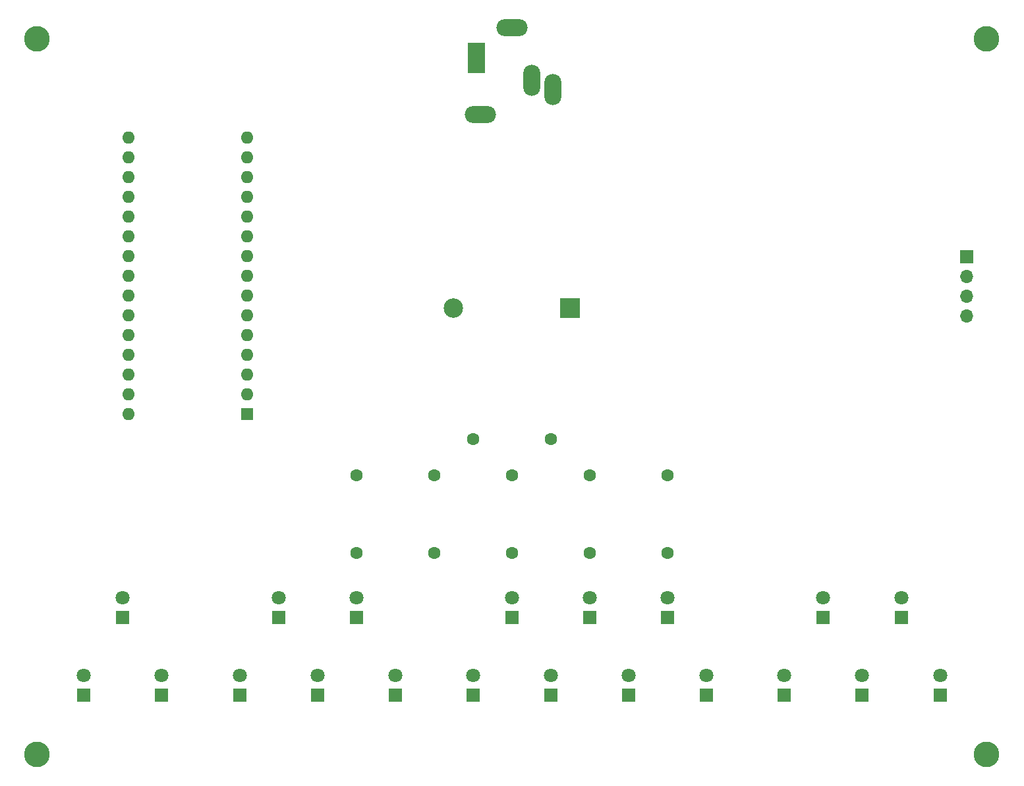
<source format=gbr>
%TF.GenerationSoftware,KiCad,Pcbnew,(5.1.10)-1*%
%TF.CreationDate,2021-08-20T09:58:33-04:00*%
%TF.ProjectId,UltraSonic Theremin,556c7472-6153-46f6-9e69-632054686572,rev?*%
%TF.SameCoordinates,Original*%
%TF.FileFunction,Soldermask,Bot*%
%TF.FilePolarity,Negative*%
%FSLAX46Y46*%
G04 Gerber Fmt 4.6, Leading zero omitted, Abs format (unit mm)*
G04 Created by KiCad (PCBNEW (5.1.10)-1) date 2021-08-20 09:58:33*
%MOMM*%
%LPD*%
G01*
G04 APERTURE LIST*
%ADD10C,3.300000*%
%ADD11O,1.600000X1.600000*%
%ADD12R,1.600000X1.600000*%
%ADD13C,1.800000*%
%ADD14R,1.800000X1.800000*%
%ADD15O,4.000000X2.200000*%
%ADD16O,2.200000X4.000000*%
%ADD17R,2.200000X4.000000*%
%ADD18C,2.500000*%
%ADD19R,2.500000X2.500000*%
%ADD20C,1.600000*%
%ADD21R,1.700000X1.700000*%
%ADD22O,1.700000X1.700000*%
G04 APERTURE END LIST*
D10*
%TO.C, *%
X39000000Y-54000000D03*
%TD*%
%TO.C, *%
X161000000Y-54000000D03*
%TD*%
%TO.C, *%
X161000000Y-146000000D03*
%TD*%
%TO.C, *%
X39000000Y-146000000D03*
%TD*%
D11*
%TO.C,A1*%
X50730000Y-66630000D03*
X65970000Y-66630000D03*
X50730000Y-102190000D03*
X65970000Y-69170000D03*
X50730000Y-99650000D03*
X65970000Y-71710000D03*
X50730000Y-97110000D03*
X65970000Y-74250000D03*
X50730000Y-94570000D03*
X65970000Y-76790000D03*
X50730000Y-92030000D03*
X65970000Y-79330000D03*
X50730000Y-89490000D03*
X65970000Y-81870000D03*
X50730000Y-86950000D03*
X65970000Y-84410000D03*
X50730000Y-84410000D03*
X65970000Y-86950000D03*
X50730000Y-81870000D03*
X65970000Y-89490000D03*
X50730000Y-79330000D03*
X65970000Y-92030000D03*
X50730000Y-76790000D03*
X65970000Y-94570000D03*
X50730000Y-74250000D03*
X65970000Y-97110000D03*
X50730000Y-71710000D03*
X65970000Y-99650000D03*
X50730000Y-69170000D03*
D12*
X65970000Y-102190000D03*
%TD*%
D13*
%TO.C,D1*%
X45000000Y-135830000D03*
D14*
X45000000Y-138370000D03*
%TD*%
D13*
%TO.C,D2*%
X50000000Y-125830000D03*
D14*
X50000000Y-128370000D03*
%TD*%
%TO.C,D3*%
X55000000Y-138370000D03*
D13*
X55000000Y-135830000D03*
%TD*%
%TO.C,D4*%
X65000000Y-135830000D03*
D14*
X65000000Y-138370000D03*
%TD*%
%TO.C,D5*%
X70000000Y-128370000D03*
D13*
X70000000Y-125830000D03*
%TD*%
D14*
%TO.C,D6*%
X75000000Y-138370000D03*
D13*
X75000000Y-135830000D03*
%TD*%
%TO.C,D7*%
X80000000Y-125830000D03*
D14*
X80000000Y-128370000D03*
%TD*%
%TO.C,D8*%
X85000000Y-138370000D03*
D13*
X85000000Y-135830000D03*
%TD*%
D14*
%TO.C,D9*%
X95000000Y-138370000D03*
D13*
X95000000Y-135830000D03*
%TD*%
%TO.C,D10*%
X100000000Y-125830000D03*
D14*
X100000000Y-128370000D03*
%TD*%
%TO.C,D11*%
X105000000Y-138370000D03*
D13*
X105000000Y-135830000D03*
%TD*%
%TO.C,D12*%
X110000000Y-125830000D03*
D14*
X110000000Y-128370000D03*
%TD*%
D13*
%TO.C,D13*%
X115000000Y-135830000D03*
D14*
X115000000Y-138370000D03*
%TD*%
%TO.C,D14*%
X120000000Y-128370000D03*
D13*
X120000000Y-125830000D03*
%TD*%
%TO.C,D15*%
X125000000Y-135830000D03*
D14*
X125000000Y-138370000D03*
%TD*%
%TO.C,D16*%
X135000000Y-138370000D03*
D13*
X135000000Y-135830000D03*
%TD*%
D14*
%TO.C,D17*%
X140000000Y-128370000D03*
D13*
X140000000Y-125830000D03*
%TD*%
%TO.C,D18*%
X145000000Y-135830000D03*
D14*
X145000000Y-138370000D03*
%TD*%
%TO.C,D19*%
X150000000Y-128370000D03*
D13*
X150000000Y-125830000D03*
%TD*%
%TO.C,D20*%
X155000000Y-135830000D03*
D14*
X155000000Y-138370000D03*
%TD*%
D15*
%TO.C,J1*%
X100028000Y-52480000D03*
D16*
X105228000Y-60480000D03*
X102528000Y-59280000D03*
D15*
X95928000Y-63680000D03*
D17*
X95428000Y-56380000D03*
%TD*%
D18*
%TO.C,LS1*%
X92450000Y-88600000D03*
D19*
X107450000Y-88600000D03*
%TD*%
D20*
%TO.C,R1*%
X105000000Y-105400000D03*
X95000000Y-105400000D03*
%TD*%
%TO.C,R2*%
X80000000Y-110100000D03*
X80000000Y-120100000D03*
%TD*%
%TO.C,R3*%
X90000000Y-120100000D03*
X90000000Y-110100000D03*
%TD*%
%TO.C,R4*%
X100000000Y-110100000D03*
X100000000Y-120100000D03*
%TD*%
%TO.C,R5*%
X110000000Y-120100000D03*
X110000000Y-110100000D03*
%TD*%
%TO.C,R6*%
X120000000Y-110100000D03*
X120000000Y-120100000D03*
%TD*%
D21*
%TO.C,U1*%
X158400000Y-82000000D03*
D22*
X158400000Y-84540000D03*
X158400000Y-87080000D03*
X158400000Y-89620000D03*
%TD*%
M02*

</source>
